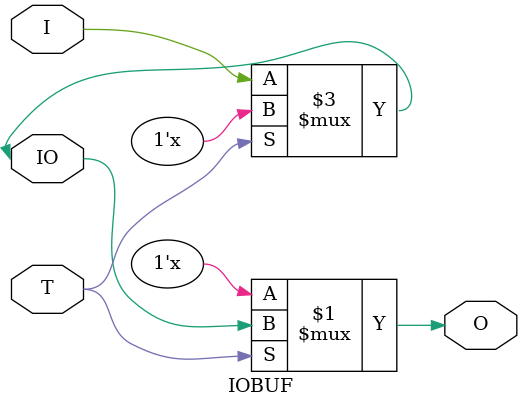
<source format=v>
module IOBUF (
    output  O,   //Buffer output

    inout   IO,  //Buffer inout port

    input   I,   //Buffer input

    input   T    //3-state enable input, high=input, low=output
);

// low     I  ----> IO
// hight   IO ----> O


assign O  = (T) ? IO : 1'bz;
assign IO = (~T)? I  : 1'bz;

endmodule

</source>
